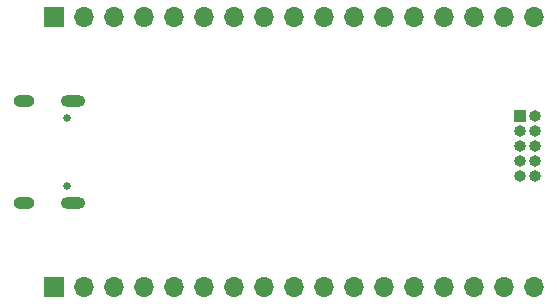
<source format=gbs>
%TF.GenerationSoftware,KiCad,Pcbnew,5.1.9+dfsg1-1*%
%TF.CreationDate,2022-01-14T18:57:29-05:00*%
%TF.ProjectId,samd21g17d,73616d64-3231-4673-9137-642e6b696361,rev?*%
%TF.SameCoordinates,Original*%
%TF.FileFunction,Soldermask,Bot*%
%TF.FilePolarity,Negative*%
%FSLAX46Y46*%
G04 Gerber Fmt 4.6, Leading zero omitted, Abs format (unit mm)*
G04 Created by KiCad (PCBNEW 5.1.9+dfsg1-1) date 2022-01-14 18:57:29*
%MOMM*%
%LPD*%
G01*
G04 APERTURE LIST*
%ADD10O,1.000000X1.000000*%
%ADD11R,1.000000X1.000000*%
%ADD12O,1.700000X1.700000*%
%ADD13R,1.700000X1.700000*%
%ADD14O,0.650000X0.650000*%
%ADD15O,1.800000X1.000000*%
%ADD16O,2.100000X1.000000*%
G04 APERTURE END LIST*
D10*
%TO.C,DEBUG*%
X124587000Y-87185500D03*
X123317000Y-87185500D03*
X124587000Y-85915500D03*
X123317000Y-85915500D03*
X124587000Y-84645500D03*
X123317000Y-84645500D03*
X124587000Y-83375500D03*
X123317000Y-83375500D03*
X124587000Y-82105500D03*
D11*
X123317000Y-82105500D03*
%TD*%
D12*
%TO.C,J3*%
X124460000Y-73660000D03*
X121920000Y-73660000D03*
X119380000Y-73660000D03*
X116840000Y-73660000D03*
X114300000Y-73660000D03*
X111760000Y-73660000D03*
X109220000Y-73660000D03*
X106680000Y-73660000D03*
X104140000Y-73660000D03*
X101600000Y-73660000D03*
X99060000Y-73660000D03*
X96520000Y-73660000D03*
X93980000Y-73660000D03*
X91440000Y-73660000D03*
X88900000Y-73660000D03*
X86360000Y-73660000D03*
D13*
X83820000Y-73660000D03*
%TD*%
D12*
%TO.C,J2*%
X124460000Y-96520000D03*
X121920000Y-96520000D03*
X119380000Y-96520000D03*
X116840000Y-96520000D03*
X114300000Y-96520000D03*
X111760000Y-96520000D03*
X109220000Y-96520000D03*
X106680000Y-96520000D03*
X104140000Y-96520000D03*
X101600000Y-96520000D03*
X99060000Y-96520000D03*
X96520000Y-96520000D03*
X93980000Y-96520000D03*
X91440000Y-96520000D03*
X88900000Y-96520000D03*
X86360000Y-96520000D03*
D13*
X83820000Y-96520000D03*
%TD*%
D14*
%TO.C,J1*%
X84983000Y-87980000D03*
X84983000Y-82200000D03*
D15*
X81303000Y-89410000D03*
X81303000Y-80770000D03*
D16*
X85483000Y-80770000D03*
X85483000Y-89410000D03*
%TD*%
M02*

</source>
